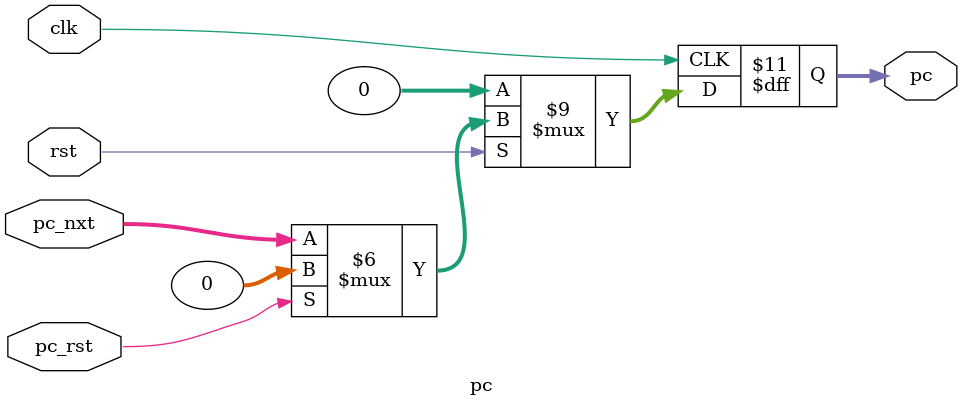
<source format=v>
`timescale 1ns / 1ps


module pc(
    input clk,
    input rst,
    input pc_rst,
    input [31:0] pc_nxt,
    output reg [31:0] pc=0
    );
    always@(posedge clk)
    begin
    if(~rst)
    pc<=32'd0;
    else
    begin
    if(pc_rst==1)
    pc<=32'd0;
    else
    pc<=pc_nxt;
    end
    end
endmodule

</source>
